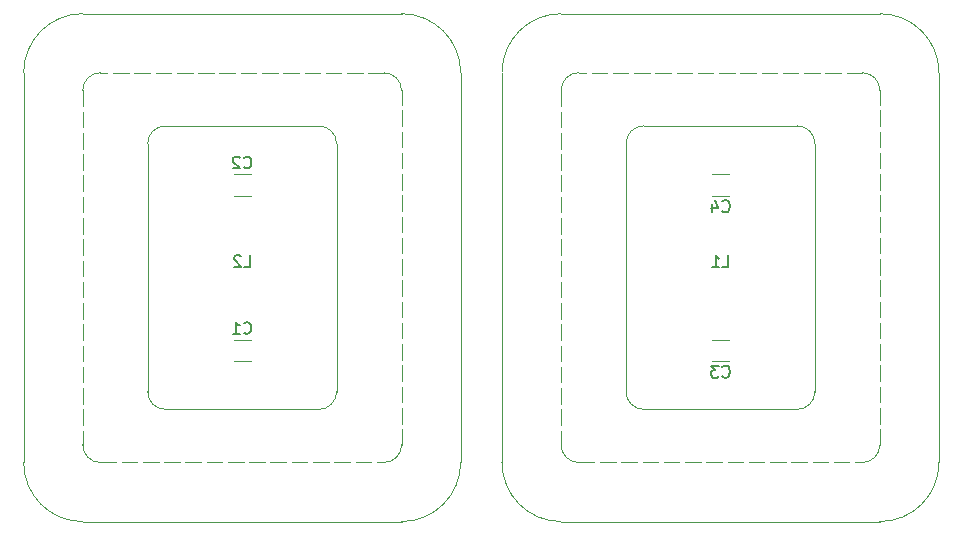
<source format=gbr>
%TF.GenerationSoftware,KiCad,Pcbnew,7.0.11+dfsg-1build4*%
%TF.CreationDate,2025-08-11T18:09:29+02:00*%
%TF.ProjectId,pendulum,70656e64-756c-4756-9d2e-6b696361645f,rev?*%
%TF.SameCoordinates,Original*%
%TF.FileFunction,Legend,Bot*%
%TF.FilePolarity,Positive*%
%FSLAX46Y46*%
G04 Gerber Fmt 4.6, Leading zero omitted, Abs format (unit mm)*
G04 Created by KiCad (PCBNEW 7.0.11+dfsg-1build4) date 2025-08-11 18:09:29*
%MOMM*%
%LPD*%
G01*
G04 APERTURE LIST*
%ADD10C,0.150000*%
%ADD11C,0.120000*%
G04 APERTURE END LIST*
D10*
X146316666Y-181404819D02*
X146792856Y-181404819D01*
X146792856Y-181404819D02*
X146792856Y-180404819D01*
X146030951Y-180500057D02*
X145983332Y-180452438D01*
X145983332Y-180452438D02*
X145888094Y-180404819D01*
X145888094Y-180404819D02*
X145649999Y-180404819D01*
X145649999Y-180404819D02*
X145554761Y-180452438D01*
X145554761Y-180452438D02*
X145507142Y-180500057D01*
X145507142Y-180500057D02*
X145459523Y-180595295D01*
X145459523Y-180595295D02*
X145459523Y-180690533D01*
X145459523Y-180690533D02*
X145507142Y-180833390D01*
X145507142Y-180833390D02*
X146078570Y-181404819D01*
X146078570Y-181404819D02*
X145459523Y-181404819D01*
X146316666Y-172959580D02*
X146364285Y-173007200D01*
X146364285Y-173007200D02*
X146507142Y-173054819D01*
X146507142Y-173054819D02*
X146602380Y-173054819D01*
X146602380Y-173054819D02*
X146745237Y-173007200D01*
X146745237Y-173007200D02*
X146840475Y-172911961D01*
X146840475Y-172911961D02*
X146888094Y-172816723D01*
X146888094Y-172816723D02*
X146935713Y-172626247D01*
X146935713Y-172626247D02*
X146935713Y-172483390D01*
X146935713Y-172483390D02*
X146888094Y-172292914D01*
X146888094Y-172292914D02*
X146840475Y-172197676D01*
X146840475Y-172197676D02*
X146745237Y-172102438D01*
X146745237Y-172102438D02*
X146602380Y-172054819D01*
X146602380Y-172054819D02*
X146507142Y-172054819D01*
X146507142Y-172054819D02*
X146364285Y-172102438D01*
X146364285Y-172102438D02*
X146316666Y-172150057D01*
X145935713Y-172150057D02*
X145888094Y-172102438D01*
X145888094Y-172102438D02*
X145792856Y-172054819D01*
X145792856Y-172054819D02*
X145554761Y-172054819D01*
X145554761Y-172054819D02*
X145459523Y-172102438D01*
X145459523Y-172102438D02*
X145411904Y-172150057D01*
X145411904Y-172150057D02*
X145364285Y-172245295D01*
X145364285Y-172245295D02*
X145364285Y-172340533D01*
X145364285Y-172340533D02*
X145411904Y-172483390D01*
X145411904Y-172483390D02*
X145983332Y-173054819D01*
X145983332Y-173054819D02*
X145364285Y-173054819D01*
X146316666Y-186959580D02*
X146364285Y-187007200D01*
X146364285Y-187007200D02*
X146507142Y-187054819D01*
X146507142Y-187054819D02*
X146602380Y-187054819D01*
X146602380Y-187054819D02*
X146745237Y-187007200D01*
X146745237Y-187007200D02*
X146840475Y-186911961D01*
X146840475Y-186911961D02*
X146888094Y-186816723D01*
X146888094Y-186816723D02*
X146935713Y-186626247D01*
X146935713Y-186626247D02*
X146935713Y-186483390D01*
X146935713Y-186483390D02*
X146888094Y-186292914D01*
X146888094Y-186292914D02*
X146840475Y-186197676D01*
X146840475Y-186197676D02*
X146745237Y-186102438D01*
X146745237Y-186102438D02*
X146602380Y-186054819D01*
X146602380Y-186054819D02*
X146507142Y-186054819D01*
X146507142Y-186054819D02*
X146364285Y-186102438D01*
X146364285Y-186102438D02*
X146316666Y-186150057D01*
X145364285Y-187054819D02*
X145935713Y-187054819D01*
X145649999Y-187054819D02*
X145649999Y-186054819D01*
X145649999Y-186054819D02*
X145745237Y-186197676D01*
X145745237Y-186197676D02*
X145840475Y-186292914D01*
X145840475Y-186292914D02*
X145935713Y-186340533D01*
X186816666Y-176659580D02*
X186864285Y-176707200D01*
X186864285Y-176707200D02*
X187007142Y-176754819D01*
X187007142Y-176754819D02*
X187102380Y-176754819D01*
X187102380Y-176754819D02*
X187245237Y-176707200D01*
X187245237Y-176707200D02*
X187340475Y-176611961D01*
X187340475Y-176611961D02*
X187388094Y-176516723D01*
X187388094Y-176516723D02*
X187435713Y-176326247D01*
X187435713Y-176326247D02*
X187435713Y-176183390D01*
X187435713Y-176183390D02*
X187388094Y-175992914D01*
X187388094Y-175992914D02*
X187340475Y-175897676D01*
X187340475Y-175897676D02*
X187245237Y-175802438D01*
X187245237Y-175802438D02*
X187102380Y-175754819D01*
X187102380Y-175754819D02*
X187007142Y-175754819D01*
X187007142Y-175754819D02*
X186864285Y-175802438D01*
X186864285Y-175802438D02*
X186816666Y-175850057D01*
X185959523Y-176088152D02*
X185959523Y-176754819D01*
X186197618Y-175707200D02*
X186435713Y-176421485D01*
X186435713Y-176421485D02*
X185816666Y-176421485D01*
X186816666Y-181404819D02*
X187292856Y-181404819D01*
X187292856Y-181404819D02*
X187292856Y-180404819D01*
X185959523Y-181404819D02*
X186530951Y-181404819D01*
X186245237Y-181404819D02*
X186245237Y-180404819D01*
X186245237Y-180404819D02*
X186340475Y-180547676D01*
X186340475Y-180547676D02*
X186435713Y-180642914D01*
X186435713Y-180642914D02*
X186530951Y-180690533D01*
X186816666Y-190659580D02*
X186864285Y-190707200D01*
X186864285Y-190707200D02*
X187007142Y-190754819D01*
X187007142Y-190754819D02*
X187102380Y-190754819D01*
X187102380Y-190754819D02*
X187245237Y-190707200D01*
X187245237Y-190707200D02*
X187340475Y-190611961D01*
X187340475Y-190611961D02*
X187388094Y-190516723D01*
X187388094Y-190516723D02*
X187435713Y-190326247D01*
X187435713Y-190326247D02*
X187435713Y-190183390D01*
X187435713Y-190183390D02*
X187388094Y-189992914D01*
X187388094Y-189992914D02*
X187340475Y-189897676D01*
X187340475Y-189897676D02*
X187245237Y-189802438D01*
X187245237Y-189802438D02*
X187102380Y-189754819D01*
X187102380Y-189754819D02*
X187007142Y-189754819D01*
X187007142Y-189754819D02*
X186864285Y-189802438D01*
X186864285Y-189802438D02*
X186816666Y-189850057D01*
X186483332Y-189754819D02*
X185864285Y-189754819D01*
X185864285Y-189754819D02*
X186197618Y-190135771D01*
X186197618Y-190135771D02*
X186054761Y-190135771D01*
X186054761Y-190135771D02*
X185959523Y-190183390D01*
X185959523Y-190183390D02*
X185911904Y-190231009D01*
X185911904Y-190231009D02*
X185864285Y-190326247D01*
X185864285Y-190326247D02*
X185864285Y-190564342D01*
X185864285Y-190564342D02*
X185911904Y-190659580D01*
X185911904Y-190659580D02*
X185959523Y-190707200D01*
X185959523Y-190707200D02*
X186054761Y-190754819D01*
X186054761Y-190754819D02*
X186340475Y-190754819D01*
X186340475Y-190754819D02*
X186435713Y-190707200D01*
X186435713Y-190707200D02*
X186483332Y-190659580D01*
D11*
%TO.C,L2*%
X164650000Y-197950000D02*
X164650000Y-164950000D01*
X159650000Y-159950000D02*
X132650000Y-159950000D01*
X159650000Y-196450000D02*
X159650000Y-195130000D01*
X159650000Y-194650000D02*
X159650000Y-193330000D01*
X159650000Y-192850000D02*
X159650000Y-191530000D01*
X159650000Y-191050000D02*
X159650000Y-189730000D01*
X159650000Y-189250000D02*
X159650000Y-187930000D01*
X159650000Y-187450000D02*
X159650000Y-186130000D01*
X159650000Y-185650000D02*
X159650000Y-184330000D01*
X159650000Y-183850000D02*
X159650000Y-182530000D01*
X159650000Y-182050000D02*
X159650000Y-180730000D01*
X159650000Y-180250000D02*
X159650000Y-178930000D01*
X159650000Y-178450000D02*
X159650000Y-177130000D01*
X159650000Y-176650000D02*
X159650000Y-175330000D01*
X159650000Y-174850000D02*
X159650000Y-173530000D01*
X159650000Y-173050000D02*
X159650000Y-171730000D01*
X159650000Y-171250000D02*
X159650000Y-169930000D01*
X159650000Y-169450000D02*
X159650000Y-168130000D01*
X159650000Y-167650000D02*
X159650000Y-166450000D01*
X158150000Y-164950000D02*
X156830000Y-164950000D01*
X156350000Y-164950000D02*
X155030000Y-164950000D01*
X154550000Y-164950000D02*
X153230000Y-164950000D01*
X152750000Y-164950000D02*
X151430000Y-164950000D01*
X150950000Y-164950000D02*
X149630000Y-164950000D01*
X149150000Y-164950000D02*
X147830000Y-164950000D01*
X147350000Y-164950000D02*
X146030000Y-164950000D01*
X145550000Y-164950000D02*
X144230000Y-164950000D01*
X143750000Y-164950000D02*
X142430000Y-164950000D01*
X141950000Y-164950000D02*
X140630000Y-164950000D01*
X140150000Y-164950000D02*
X138830000Y-164950000D01*
X138350000Y-164950000D02*
X137030000Y-164950000D01*
X136550000Y-164950000D02*
X135230000Y-164950000D01*
X134750000Y-164950000D02*
X134150000Y-164950000D01*
X154150000Y-191950000D02*
X154150000Y-170950000D01*
X152650000Y-169450000D02*
X139650000Y-169450000D01*
X139650000Y-193450000D02*
X152650000Y-193450000D01*
X138150000Y-170950000D02*
X138150000Y-191950000D01*
X134150000Y-197950000D02*
X135470000Y-197950000D01*
X135950000Y-197950000D02*
X137270000Y-197950000D01*
X137750000Y-197950000D02*
X139070000Y-197950000D01*
X139550000Y-197950000D02*
X140870000Y-197950000D01*
X141350000Y-197950000D02*
X142670000Y-197950000D01*
X143150000Y-197950000D02*
X144470000Y-197950000D01*
X144950000Y-197950000D02*
X146270000Y-197950000D01*
X146750000Y-197950000D02*
X148070000Y-197950000D01*
X148550000Y-197950000D02*
X149870000Y-197950000D01*
X150350000Y-197950000D02*
X151670000Y-197950000D01*
X152150000Y-197950000D02*
X153470000Y-197950000D01*
X153950000Y-197950000D02*
X155270000Y-197950000D01*
X155750000Y-197950000D02*
X157070000Y-197950000D01*
X157550000Y-197950000D02*
X158150000Y-197950000D01*
X132650000Y-166450000D02*
X132650000Y-167770000D01*
X132650000Y-168250000D02*
X132650000Y-169570000D01*
X132650000Y-170050000D02*
X132650000Y-171370000D01*
X132650000Y-171850000D02*
X132650000Y-173170000D01*
X132650000Y-173650000D02*
X132650000Y-174970000D01*
X132650000Y-175450000D02*
X132650000Y-176770000D01*
X132650000Y-177250000D02*
X132650000Y-178570000D01*
X132650000Y-179050000D02*
X132650000Y-180370000D01*
X132650000Y-180850000D02*
X132650000Y-182170000D01*
X132650000Y-182650000D02*
X132650000Y-183970000D01*
X132650000Y-184450000D02*
X132650000Y-185770000D01*
X132650000Y-186250000D02*
X132650000Y-187570000D01*
X132650000Y-188050000D02*
X132650000Y-189370000D01*
X132650000Y-189850000D02*
X132650000Y-191170000D01*
X132650000Y-191650000D02*
X132650000Y-192970000D01*
X132650000Y-193450000D02*
X132650000Y-194770000D01*
X132650000Y-195250000D02*
X132650000Y-196450000D01*
X132650000Y-202950000D02*
X159650000Y-202950000D01*
X127650000Y-164950000D02*
X127650000Y-197950000D01*
X164650000Y-164950000D02*
G75*
G03*
X159650000Y-159950000I-5000000J0D01*
G01*
X159650000Y-166450000D02*
G75*
G03*
X158150000Y-164950000I-1500001J-1D01*
G01*
X159650000Y-202950000D02*
G75*
G03*
X164650000Y-197950000I0J5000000D01*
G01*
X158150000Y-197950000D02*
G75*
G03*
X159650000Y-196450000I-1J1500001D01*
G01*
X154150000Y-170950000D02*
G75*
G03*
X152650000Y-169450000I-1500001J-1D01*
G01*
X152650000Y-193450000D02*
G75*
G03*
X154150000Y-191950000I-1J1500001D01*
G01*
X139650000Y-169450000D02*
G75*
G03*
X138150000Y-170950000I0J-1500000D01*
G01*
X138150000Y-191950000D02*
G75*
G03*
X139650000Y-193450000I1500000J0D01*
G01*
X134150000Y-164950000D02*
G75*
G03*
X132650000Y-166450000I0J-1500000D01*
G01*
X132650000Y-159950000D02*
G75*
G03*
X127650000Y-164950000I0J-5000000D01*
G01*
X132650000Y-196450000D02*
G75*
G03*
X134150000Y-197950000I1500000J0D01*
G01*
X127650000Y-197950000D02*
G75*
G03*
X132650000Y-202950000I5000000J0D01*
G01*
%TO.C,C2*%
X146861252Y-175360000D02*
X145438748Y-175360000D01*
X146861252Y-173540000D02*
X145438748Y-173540000D01*
%TO.C,C1*%
X146861252Y-189360000D02*
X145438748Y-189360000D01*
X146861252Y-187540000D02*
X145438748Y-187540000D01*
%TO.C,C4*%
X185938748Y-173540000D02*
X187361252Y-173540000D01*
X185938748Y-175360000D02*
X187361252Y-175360000D01*
%TO.C,L1*%
X205150000Y-197950000D02*
X205150000Y-164950000D01*
X200150000Y-159950000D02*
X173150000Y-159950000D01*
X200150000Y-196450000D02*
X200150000Y-195130000D01*
X200150000Y-194650000D02*
X200150000Y-193330000D01*
X200150000Y-192850000D02*
X200150000Y-191530000D01*
X200150000Y-191050000D02*
X200150000Y-189730000D01*
X200150000Y-189250000D02*
X200150000Y-187930000D01*
X200150000Y-187450000D02*
X200150000Y-186130000D01*
X200150000Y-185650000D02*
X200150000Y-184330000D01*
X200150000Y-183850000D02*
X200150000Y-182530000D01*
X200150000Y-182050000D02*
X200150000Y-180730000D01*
X200150000Y-180250000D02*
X200150000Y-178930000D01*
X200150000Y-178450000D02*
X200150000Y-177130000D01*
X200150000Y-176650000D02*
X200150000Y-175330000D01*
X200150000Y-174850000D02*
X200150000Y-173530000D01*
X200150000Y-173050000D02*
X200150000Y-171730000D01*
X200150000Y-171250000D02*
X200150000Y-169930000D01*
X200150000Y-169450000D02*
X200150000Y-168130000D01*
X200150000Y-167650000D02*
X200150000Y-166450000D01*
X198650000Y-164950000D02*
X197330000Y-164950000D01*
X196850000Y-164950000D02*
X195530000Y-164950000D01*
X195050000Y-164950000D02*
X193730000Y-164950000D01*
X193250000Y-164950000D02*
X191930000Y-164950000D01*
X191450000Y-164950000D02*
X190130000Y-164950000D01*
X189650000Y-164950000D02*
X188330000Y-164950000D01*
X187850000Y-164950000D02*
X186530000Y-164950000D01*
X186050000Y-164950000D02*
X184730000Y-164950000D01*
X184250000Y-164950000D02*
X182930000Y-164950000D01*
X182450000Y-164950000D02*
X181130000Y-164950000D01*
X180650000Y-164950000D02*
X179330000Y-164950000D01*
X178850000Y-164950000D02*
X177530000Y-164950000D01*
X177050000Y-164950000D02*
X175730000Y-164950000D01*
X175250000Y-164950000D02*
X174650000Y-164950000D01*
X194650000Y-191950000D02*
X194650000Y-170950000D01*
X193150000Y-169450000D02*
X180150000Y-169450000D01*
X180150000Y-193450000D02*
X193150000Y-193450000D01*
X178650000Y-170950000D02*
X178650000Y-191950000D01*
X174650000Y-197950000D02*
X175970000Y-197950000D01*
X176450000Y-197950000D02*
X177770000Y-197950000D01*
X178250000Y-197950000D02*
X179570000Y-197950000D01*
X180050000Y-197950000D02*
X181370000Y-197950000D01*
X181850000Y-197950000D02*
X183170000Y-197950000D01*
X183650000Y-197950000D02*
X184970000Y-197950000D01*
X185450000Y-197950000D02*
X186770000Y-197950000D01*
X187250000Y-197950000D02*
X188570000Y-197950000D01*
X189050000Y-197950000D02*
X190370000Y-197950000D01*
X190850000Y-197950000D02*
X192170000Y-197950000D01*
X192650000Y-197950000D02*
X193970000Y-197950000D01*
X194450000Y-197950000D02*
X195770000Y-197950000D01*
X196250000Y-197950000D02*
X197570000Y-197950000D01*
X198050000Y-197950000D02*
X198650000Y-197950000D01*
X173150000Y-166450000D02*
X173150000Y-167770000D01*
X173150000Y-168250000D02*
X173150000Y-169570000D01*
X173150000Y-170050000D02*
X173150000Y-171370000D01*
X173150000Y-171850000D02*
X173150000Y-173170000D01*
X173150000Y-173650000D02*
X173150000Y-174970000D01*
X173150000Y-175450000D02*
X173150000Y-176770000D01*
X173150000Y-177250000D02*
X173150000Y-178570000D01*
X173150000Y-179050000D02*
X173150000Y-180370000D01*
X173150000Y-180850000D02*
X173150000Y-182170000D01*
X173150000Y-182650000D02*
X173150000Y-183970000D01*
X173150000Y-184450000D02*
X173150000Y-185770000D01*
X173150000Y-186250000D02*
X173150000Y-187570000D01*
X173150000Y-188050000D02*
X173150000Y-189370000D01*
X173150000Y-189850000D02*
X173150000Y-191170000D01*
X173150000Y-191650000D02*
X173150000Y-192970000D01*
X173150000Y-193450000D02*
X173150000Y-194770000D01*
X173150000Y-195250000D02*
X173150000Y-196450000D01*
X173150000Y-202950000D02*
X200150000Y-202950000D01*
X168150000Y-164950000D02*
X168150000Y-197950000D01*
X205150000Y-164950000D02*
G75*
G03*
X200150000Y-159950000I-5000000J0D01*
G01*
X200150000Y-166450000D02*
G75*
G03*
X198650000Y-164950000I-1500001J-1D01*
G01*
X200150000Y-202950000D02*
G75*
G03*
X205150000Y-197950000I0J5000000D01*
G01*
X198650000Y-197950000D02*
G75*
G03*
X200150000Y-196450000I-1J1500001D01*
G01*
X194650000Y-170950000D02*
G75*
G03*
X193150000Y-169450000I-1500001J-1D01*
G01*
X193150000Y-193450000D02*
G75*
G03*
X194650000Y-191950000I-1J1500001D01*
G01*
X180150000Y-169450000D02*
G75*
G03*
X178650000Y-170950000I0J-1500000D01*
G01*
X178650000Y-191950000D02*
G75*
G03*
X180150000Y-193450000I1500000J0D01*
G01*
X174650000Y-164950000D02*
G75*
G03*
X173150000Y-166450000I0J-1500000D01*
G01*
X173150000Y-159950000D02*
G75*
G03*
X168150000Y-164950000I0J-5000000D01*
G01*
X173150000Y-196450000D02*
G75*
G03*
X174650000Y-197950000I1500000J0D01*
G01*
X168150000Y-197950000D02*
G75*
G03*
X173150000Y-202950000I5000000J0D01*
G01*
%TO.C,C3*%
X185938748Y-187540000D02*
X187361252Y-187540000D01*
X185938748Y-189360000D02*
X187361252Y-189360000D01*
%TD*%
M02*

</source>
